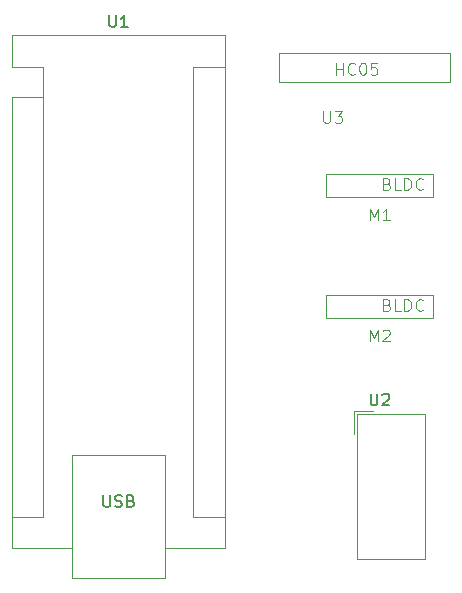
<source format=gbr>
%TF.GenerationSoftware,KiCad,Pcbnew,8.0.0*%
%TF.CreationDate,2025-02-20T01:15:31+05:30*%
%TF.ProjectId,Capstone_Moon,43617073-746f-46e6-955f-4d6f6f6e2e6b,rev?*%
%TF.SameCoordinates,Original*%
%TF.FileFunction,Legend,Top*%
%TF.FilePolarity,Positive*%
%FSLAX46Y46*%
G04 Gerber Fmt 4.6, Leading zero omitted, Abs format (unit mm)*
G04 Created by KiCad (PCBNEW 8.0.0) date 2025-02-20 01:15:31*
%MOMM*%
%LPD*%
G01*
G04 APERTURE LIST*
%ADD10C,0.100000*%
%ADD11C,0.150000*%
%ADD12C,0.120000*%
G04 APERTURE END LIST*
D10*
X151190476Y-94957419D02*
X151190476Y-93957419D01*
X151190476Y-93957419D02*
X151523809Y-94671704D01*
X151523809Y-94671704D02*
X151857142Y-93957419D01*
X151857142Y-93957419D02*
X151857142Y-94957419D01*
X152285714Y-94052657D02*
X152333333Y-94005038D01*
X152333333Y-94005038D02*
X152428571Y-93957419D01*
X152428571Y-93957419D02*
X152666666Y-93957419D01*
X152666666Y-93957419D02*
X152761904Y-94005038D01*
X152761904Y-94005038D02*
X152809523Y-94052657D01*
X152809523Y-94052657D02*
X152857142Y-94147895D01*
X152857142Y-94147895D02*
X152857142Y-94243133D01*
X152857142Y-94243133D02*
X152809523Y-94385990D01*
X152809523Y-94385990D02*
X152238095Y-94957419D01*
X152238095Y-94957419D02*
X152857142Y-94957419D01*
X152637217Y-91848609D02*
X152780074Y-91896228D01*
X152780074Y-91896228D02*
X152827693Y-91943847D01*
X152827693Y-91943847D02*
X152875312Y-92039085D01*
X152875312Y-92039085D02*
X152875312Y-92181942D01*
X152875312Y-92181942D02*
X152827693Y-92277180D01*
X152827693Y-92277180D02*
X152780074Y-92324800D01*
X152780074Y-92324800D02*
X152684836Y-92372419D01*
X152684836Y-92372419D02*
X152303884Y-92372419D01*
X152303884Y-92372419D02*
X152303884Y-91372419D01*
X152303884Y-91372419D02*
X152637217Y-91372419D01*
X152637217Y-91372419D02*
X152732455Y-91420038D01*
X152732455Y-91420038D02*
X152780074Y-91467657D01*
X152780074Y-91467657D02*
X152827693Y-91562895D01*
X152827693Y-91562895D02*
X152827693Y-91658133D01*
X152827693Y-91658133D02*
X152780074Y-91753371D01*
X152780074Y-91753371D02*
X152732455Y-91800990D01*
X152732455Y-91800990D02*
X152637217Y-91848609D01*
X152637217Y-91848609D02*
X152303884Y-91848609D01*
X153780074Y-92372419D02*
X153303884Y-92372419D01*
X153303884Y-92372419D02*
X153303884Y-91372419D01*
X154113408Y-92372419D02*
X154113408Y-91372419D01*
X154113408Y-91372419D02*
X154351503Y-91372419D01*
X154351503Y-91372419D02*
X154494360Y-91420038D01*
X154494360Y-91420038D02*
X154589598Y-91515276D01*
X154589598Y-91515276D02*
X154637217Y-91610514D01*
X154637217Y-91610514D02*
X154684836Y-91800990D01*
X154684836Y-91800990D02*
X154684836Y-91943847D01*
X154684836Y-91943847D02*
X154637217Y-92134323D01*
X154637217Y-92134323D02*
X154589598Y-92229561D01*
X154589598Y-92229561D02*
X154494360Y-92324800D01*
X154494360Y-92324800D02*
X154351503Y-92372419D01*
X154351503Y-92372419D02*
X154113408Y-92372419D01*
X155684836Y-92277180D02*
X155637217Y-92324800D01*
X155637217Y-92324800D02*
X155494360Y-92372419D01*
X155494360Y-92372419D02*
X155399122Y-92372419D01*
X155399122Y-92372419D02*
X155256265Y-92324800D01*
X155256265Y-92324800D02*
X155161027Y-92229561D01*
X155161027Y-92229561D02*
X155113408Y-92134323D01*
X155113408Y-92134323D02*
X155065789Y-91943847D01*
X155065789Y-91943847D02*
X155065789Y-91800990D01*
X155065789Y-91800990D02*
X155113408Y-91610514D01*
X155113408Y-91610514D02*
X155161027Y-91515276D01*
X155161027Y-91515276D02*
X155256265Y-91420038D01*
X155256265Y-91420038D02*
X155399122Y-91372419D01*
X155399122Y-91372419D02*
X155494360Y-91372419D01*
X155494360Y-91372419D02*
X155637217Y-91420038D01*
X155637217Y-91420038D02*
X155684836Y-91467657D01*
D11*
X129118095Y-67334819D02*
X129118095Y-68144342D01*
X129118095Y-68144342D02*
X129165714Y-68239580D01*
X129165714Y-68239580D02*
X129213333Y-68287200D01*
X129213333Y-68287200D02*
X129308571Y-68334819D01*
X129308571Y-68334819D02*
X129499047Y-68334819D01*
X129499047Y-68334819D02*
X129594285Y-68287200D01*
X129594285Y-68287200D02*
X129641904Y-68239580D01*
X129641904Y-68239580D02*
X129689523Y-68144342D01*
X129689523Y-68144342D02*
X129689523Y-67334819D01*
X130689523Y-68334819D02*
X130118095Y-68334819D01*
X130403809Y-68334819D02*
X130403809Y-67334819D01*
X130403809Y-67334819D02*
X130308571Y-67477676D01*
X130308571Y-67477676D02*
X130213333Y-67572914D01*
X130213333Y-67572914D02*
X130118095Y-67620533D01*
X128618095Y-107974819D02*
X128618095Y-108784342D01*
X128618095Y-108784342D02*
X128665714Y-108879580D01*
X128665714Y-108879580D02*
X128713333Y-108927200D01*
X128713333Y-108927200D02*
X128808571Y-108974819D01*
X128808571Y-108974819D02*
X128999047Y-108974819D01*
X128999047Y-108974819D02*
X129094285Y-108927200D01*
X129094285Y-108927200D02*
X129141904Y-108879580D01*
X129141904Y-108879580D02*
X129189523Y-108784342D01*
X129189523Y-108784342D02*
X129189523Y-107974819D01*
X129618095Y-108927200D02*
X129760952Y-108974819D01*
X129760952Y-108974819D02*
X129999047Y-108974819D01*
X129999047Y-108974819D02*
X130094285Y-108927200D01*
X130094285Y-108927200D02*
X130141904Y-108879580D01*
X130141904Y-108879580D02*
X130189523Y-108784342D01*
X130189523Y-108784342D02*
X130189523Y-108689104D01*
X130189523Y-108689104D02*
X130141904Y-108593866D01*
X130141904Y-108593866D02*
X130094285Y-108546247D01*
X130094285Y-108546247D02*
X129999047Y-108498628D01*
X129999047Y-108498628D02*
X129808571Y-108451009D01*
X129808571Y-108451009D02*
X129713333Y-108403390D01*
X129713333Y-108403390D02*
X129665714Y-108355771D01*
X129665714Y-108355771D02*
X129618095Y-108260533D01*
X129618095Y-108260533D02*
X129618095Y-108165295D01*
X129618095Y-108165295D02*
X129665714Y-108070057D01*
X129665714Y-108070057D02*
X129713333Y-108022438D01*
X129713333Y-108022438D02*
X129808571Y-107974819D01*
X129808571Y-107974819D02*
X130046666Y-107974819D01*
X130046666Y-107974819D02*
X130189523Y-108022438D01*
X130951428Y-108451009D02*
X131094285Y-108498628D01*
X131094285Y-108498628D02*
X131141904Y-108546247D01*
X131141904Y-108546247D02*
X131189523Y-108641485D01*
X131189523Y-108641485D02*
X131189523Y-108784342D01*
X131189523Y-108784342D02*
X131141904Y-108879580D01*
X131141904Y-108879580D02*
X131094285Y-108927200D01*
X131094285Y-108927200D02*
X130999047Y-108974819D01*
X130999047Y-108974819D02*
X130618095Y-108974819D01*
X130618095Y-108974819D02*
X130618095Y-107974819D01*
X130618095Y-107974819D02*
X130951428Y-107974819D01*
X130951428Y-107974819D02*
X131046666Y-108022438D01*
X131046666Y-108022438D02*
X131094285Y-108070057D01*
X131094285Y-108070057D02*
X131141904Y-108165295D01*
X131141904Y-108165295D02*
X131141904Y-108260533D01*
X131141904Y-108260533D02*
X131094285Y-108355771D01*
X131094285Y-108355771D02*
X131046666Y-108403390D01*
X131046666Y-108403390D02*
X130951428Y-108451009D01*
X130951428Y-108451009D02*
X130618095Y-108451009D01*
X151238095Y-99374819D02*
X151238095Y-100184342D01*
X151238095Y-100184342D02*
X151285714Y-100279580D01*
X151285714Y-100279580D02*
X151333333Y-100327200D01*
X151333333Y-100327200D02*
X151428571Y-100374819D01*
X151428571Y-100374819D02*
X151619047Y-100374819D01*
X151619047Y-100374819D02*
X151714285Y-100327200D01*
X151714285Y-100327200D02*
X151761904Y-100279580D01*
X151761904Y-100279580D02*
X151809523Y-100184342D01*
X151809523Y-100184342D02*
X151809523Y-99374819D01*
X152238095Y-99470057D02*
X152285714Y-99422438D01*
X152285714Y-99422438D02*
X152380952Y-99374819D01*
X152380952Y-99374819D02*
X152619047Y-99374819D01*
X152619047Y-99374819D02*
X152714285Y-99422438D01*
X152714285Y-99422438D02*
X152761904Y-99470057D01*
X152761904Y-99470057D02*
X152809523Y-99565295D01*
X152809523Y-99565295D02*
X152809523Y-99660533D01*
X152809523Y-99660533D02*
X152761904Y-99803390D01*
X152761904Y-99803390D02*
X152190476Y-100374819D01*
X152190476Y-100374819D02*
X152809523Y-100374819D01*
D10*
X147238095Y-75457419D02*
X147238095Y-76266942D01*
X147238095Y-76266942D02*
X147285714Y-76362180D01*
X147285714Y-76362180D02*
X147333333Y-76409800D01*
X147333333Y-76409800D02*
X147428571Y-76457419D01*
X147428571Y-76457419D02*
X147619047Y-76457419D01*
X147619047Y-76457419D02*
X147714285Y-76409800D01*
X147714285Y-76409800D02*
X147761904Y-76362180D01*
X147761904Y-76362180D02*
X147809523Y-76266942D01*
X147809523Y-76266942D02*
X147809523Y-75457419D01*
X148190476Y-75457419D02*
X148809523Y-75457419D01*
X148809523Y-75457419D02*
X148476190Y-75838371D01*
X148476190Y-75838371D02*
X148619047Y-75838371D01*
X148619047Y-75838371D02*
X148714285Y-75885990D01*
X148714285Y-75885990D02*
X148761904Y-75933609D01*
X148761904Y-75933609D02*
X148809523Y-76028847D01*
X148809523Y-76028847D02*
X148809523Y-76266942D01*
X148809523Y-76266942D02*
X148761904Y-76362180D01*
X148761904Y-76362180D02*
X148714285Y-76409800D01*
X148714285Y-76409800D02*
X148619047Y-76457419D01*
X148619047Y-76457419D02*
X148333333Y-76457419D01*
X148333333Y-76457419D02*
X148238095Y-76409800D01*
X148238095Y-76409800D02*
X148190476Y-76362180D01*
X148303884Y-72372419D02*
X148303884Y-71372419D01*
X148303884Y-71848609D02*
X148875312Y-71848609D01*
X148875312Y-72372419D02*
X148875312Y-71372419D01*
X149922931Y-72277180D02*
X149875312Y-72324800D01*
X149875312Y-72324800D02*
X149732455Y-72372419D01*
X149732455Y-72372419D02*
X149637217Y-72372419D01*
X149637217Y-72372419D02*
X149494360Y-72324800D01*
X149494360Y-72324800D02*
X149399122Y-72229561D01*
X149399122Y-72229561D02*
X149351503Y-72134323D01*
X149351503Y-72134323D02*
X149303884Y-71943847D01*
X149303884Y-71943847D02*
X149303884Y-71800990D01*
X149303884Y-71800990D02*
X149351503Y-71610514D01*
X149351503Y-71610514D02*
X149399122Y-71515276D01*
X149399122Y-71515276D02*
X149494360Y-71420038D01*
X149494360Y-71420038D02*
X149637217Y-71372419D01*
X149637217Y-71372419D02*
X149732455Y-71372419D01*
X149732455Y-71372419D02*
X149875312Y-71420038D01*
X149875312Y-71420038D02*
X149922931Y-71467657D01*
X150541979Y-71372419D02*
X150637217Y-71372419D01*
X150637217Y-71372419D02*
X150732455Y-71420038D01*
X150732455Y-71420038D02*
X150780074Y-71467657D01*
X150780074Y-71467657D02*
X150827693Y-71562895D01*
X150827693Y-71562895D02*
X150875312Y-71753371D01*
X150875312Y-71753371D02*
X150875312Y-71991466D01*
X150875312Y-71991466D02*
X150827693Y-72181942D01*
X150827693Y-72181942D02*
X150780074Y-72277180D01*
X150780074Y-72277180D02*
X150732455Y-72324800D01*
X150732455Y-72324800D02*
X150637217Y-72372419D01*
X150637217Y-72372419D02*
X150541979Y-72372419D01*
X150541979Y-72372419D02*
X150446741Y-72324800D01*
X150446741Y-72324800D02*
X150399122Y-72277180D01*
X150399122Y-72277180D02*
X150351503Y-72181942D01*
X150351503Y-72181942D02*
X150303884Y-71991466D01*
X150303884Y-71991466D02*
X150303884Y-71753371D01*
X150303884Y-71753371D02*
X150351503Y-71562895D01*
X150351503Y-71562895D02*
X150399122Y-71467657D01*
X150399122Y-71467657D02*
X150446741Y-71420038D01*
X150446741Y-71420038D02*
X150541979Y-71372419D01*
X151780074Y-71372419D02*
X151303884Y-71372419D01*
X151303884Y-71372419D02*
X151256265Y-71848609D01*
X151256265Y-71848609D02*
X151303884Y-71800990D01*
X151303884Y-71800990D02*
X151399122Y-71753371D01*
X151399122Y-71753371D02*
X151637217Y-71753371D01*
X151637217Y-71753371D02*
X151732455Y-71800990D01*
X151732455Y-71800990D02*
X151780074Y-71848609D01*
X151780074Y-71848609D02*
X151827693Y-71943847D01*
X151827693Y-71943847D02*
X151827693Y-72181942D01*
X151827693Y-72181942D02*
X151780074Y-72277180D01*
X151780074Y-72277180D02*
X151732455Y-72324800D01*
X151732455Y-72324800D02*
X151637217Y-72372419D01*
X151637217Y-72372419D02*
X151399122Y-72372419D01*
X151399122Y-72372419D02*
X151303884Y-72324800D01*
X151303884Y-72324800D02*
X151256265Y-72277180D01*
X151190476Y-84713419D02*
X151190476Y-83713419D01*
X151190476Y-83713419D02*
X151523809Y-84427704D01*
X151523809Y-84427704D02*
X151857142Y-83713419D01*
X151857142Y-83713419D02*
X151857142Y-84713419D01*
X152857142Y-84713419D02*
X152285714Y-84713419D01*
X152571428Y-84713419D02*
X152571428Y-83713419D01*
X152571428Y-83713419D02*
X152476190Y-83856276D01*
X152476190Y-83856276D02*
X152380952Y-83951514D01*
X152380952Y-83951514D02*
X152285714Y-83999133D01*
X152637217Y-81604609D02*
X152780074Y-81652228D01*
X152780074Y-81652228D02*
X152827693Y-81699847D01*
X152827693Y-81699847D02*
X152875312Y-81795085D01*
X152875312Y-81795085D02*
X152875312Y-81937942D01*
X152875312Y-81937942D02*
X152827693Y-82033180D01*
X152827693Y-82033180D02*
X152780074Y-82080800D01*
X152780074Y-82080800D02*
X152684836Y-82128419D01*
X152684836Y-82128419D02*
X152303884Y-82128419D01*
X152303884Y-82128419D02*
X152303884Y-81128419D01*
X152303884Y-81128419D02*
X152637217Y-81128419D01*
X152637217Y-81128419D02*
X152732455Y-81176038D01*
X152732455Y-81176038D02*
X152780074Y-81223657D01*
X152780074Y-81223657D02*
X152827693Y-81318895D01*
X152827693Y-81318895D02*
X152827693Y-81414133D01*
X152827693Y-81414133D02*
X152780074Y-81509371D01*
X152780074Y-81509371D02*
X152732455Y-81556990D01*
X152732455Y-81556990D02*
X152637217Y-81604609D01*
X152637217Y-81604609D02*
X152303884Y-81604609D01*
X153780074Y-82128419D02*
X153303884Y-82128419D01*
X153303884Y-82128419D02*
X153303884Y-81128419D01*
X154113408Y-82128419D02*
X154113408Y-81128419D01*
X154113408Y-81128419D02*
X154351503Y-81128419D01*
X154351503Y-81128419D02*
X154494360Y-81176038D01*
X154494360Y-81176038D02*
X154589598Y-81271276D01*
X154589598Y-81271276D02*
X154637217Y-81366514D01*
X154637217Y-81366514D02*
X154684836Y-81556990D01*
X154684836Y-81556990D02*
X154684836Y-81699847D01*
X154684836Y-81699847D02*
X154637217Y-81890323D01*
X154637217Y-81890323D02*
X154589598Y-81985561D01*
X154589598Y-81985561D02*
X154494360Y-82080800D01*
X154494360Y-82080800D02*
X154351503Y-82128419D01*
X154351503Y-82128419D02*
X154113408Y-82128419D01*
X155684836Y-82033180D02*
X155637217Y-82080800D01*
X155637217Y-82080800D02*
X155494360Y-82128419D01*
X155494360Y-82128419D02*
X155399122Y-82128419D01*
X155399122Y-82128419D02*
X155256265Y-82080800D01*
X155256265Y-82080800D02*
X155161027Y-81985561D01*
X155161027Y-81985561D02*
X155113408Y-81890323D01*
X155113408Y-81890323D02*
X155065789Y-81699847D01*
X155065789Y-81699847D02*
X155065789Y-81556990D01*
X155065789Y-81556990D02*
X155113408Y-81366514D01*
X155113408Y-81366514D02*
X155161027Y-81271276D01*
X155161027Y-81271276D02*
X155256265Y-81176038D01*
X155256265Y-81176038D02*
X155399122Y-81128419D01*
X155399122Y-81128419D02*
X155494360Y-81128419D01*
X155494360Y-81128419D02*
X155637217Y-81176038D01*
X155637217Y-81176038D02*
X155684836Y-81223657D01*
%TO.C,M2*%
X147500000Y-91000000D02*
X156500000Y-91000000D01*
X156500000Y-93000000D01*
X147500000Y-93000000D01*
X147500000Y-91000000D01*
D12*
%TO.C,U1*%
X120860000Y-69020000D02*
X120860000Y-71690000D01*
X120860000Y-74230000D02*
X120860000Y-112460000D01*
X120860000Y-112460000D02*
X125940000Y-112460000D01*
X123530000Y-71690000D02*
X120860000Y-71690000D01*
X123530000Y-74230000D02*
X120860000Y-74230000D01*
X123530000Y-74230000D02*
X123530000Y-71690000D01*
X123530000Y-74230000D02*
X123530000Y-109790000D01*
X123530000Y-109790000D02*
X120860000Y-109790000D01*
X125940000Y-104580000D02*
X133820000Y-104580000D01*
X125940000Y-115000000D02*
X125940000Y-104580000D01*
X133820000Y-104580000D02*
X133820000Y-115000000D01*
X133820000Y-115000000D02*
X125940000Y-115000000D01*
X136230000Y-71690000D02*
X136230000Y-109790000D01*
X136230000Y-71690000D02*
X138900000Y-71690000D01*
X136230000Y-109790000D02*
X138900000Y-109790000D01*
X138900000Y-69020000D02*
X120860000Y-69020000D01*
X138900000Y-112460000D02*
X133820000Y-112460000D01*
X138900000Y-112460000D02*
X138900000Y-69020000D01*
%TO.C,U2*%
X149840000Y-100820000D02*
X149840000Y-102820000D01*
X149840000Y-100820000D02*
X151450000Y-100820000D01*
X150120000Y-113360000D02*
X150120000Y-101110000D01*
X150130000Y-101100000D02*
X155870000Y-101100000D01*
X155880000Y-101100000D02*
X155880000Y-113360000D01*
X155880000Y-113360000D02*
X150120000Y-113360000D01*
%TO.C,U3*%
D10*
X143500000Y-70500000D02*
X158000000Y-70500000D01*
X158000000Y-73000000D01*
X143500000Y-73000000D01*
X143500000Y-70500000D01*
%TO.C,M1*%
X147500000Y-80756000D02*
X156500000Y-80756000D01*
X156500000Y-82756000D01*
X147500000Y-82756000D01*
X147500000Y-80756000D01*
%TD*%
M02*

</source>
